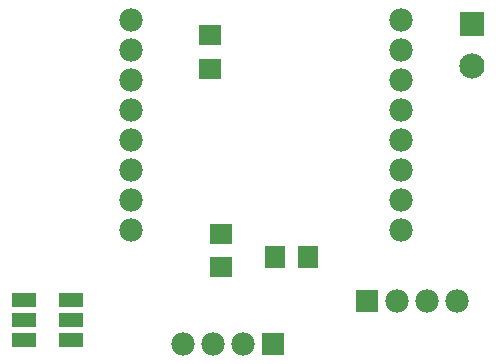
<source format=gbr>
G04 EAGLE Gerber X2 export*
%TF.Part,Single*%
%TF.FileFunction,Soldermask,Bot,1*%
%TF.FilePolarity,Negative*%
%TF.GenerationSoftware,Autodesk,EAGLE,8.6.0*%
%TF.CreationDate,2018-10-27T03:19:52Z*%
G75*
%MOMM*%
%FSLAX34Y34*%
%LPD*%
%AMOC8*
5,1,8,0,0,1.08239X$1,22.5*%
G01*
%ADD10R,1.981200X1.981200*%
%ADD11C,1.981200*%
%ADD12R,1.901600X1.701600*%
%ADD13R,1.701600X1.901600*%
%ADD14R,2.101600X1.201600*%
%ADD15R,2.133600X2.133600*%
%ADD16C,2.133600*%


D10*
X324358Y52832D03*
D11*
X349758Y52832D03*
X375158Y52832D03*
X400558Y52832D03*
D12*
X200711Y81758D03*
X200711Y109758D03*
D13*
X274909Y90373D03*
X246909Y90373D03*
D10*
X244856Y17018D03*
D11*
X219456Y17018D03*
X194056Y17018D03*
X168656Y17018D03*
D12*
X192024Y277906D03*
X192024Y249906D03*
D11*
X124714Y113030D03*
X124714Y138430D03*
X124714Y163830D03*
X124714Y189230D03*
X124714Y214630D03*
X124714Y240030D03*
X124714Y265430D03*
X124714Y290830D03*
X353314Y290830D03*
X353314Y265430D03*
X353314Y240030D03*
X353314Y214630D03*
X353314Y189230D03*
X353314Y163830D03*
X353314Y138430D03*
X353314Y113030D03*
D14*
X34356Y20338D03*
X34356Y37338D03*
X34356Y54338D03*
X74356Y54338D03*
X74356Y37338D03*
X74356Y20338D03*
D15*
X413258Y287274D03*
D16*
X413258Y252274D03*
M02*

</source>
